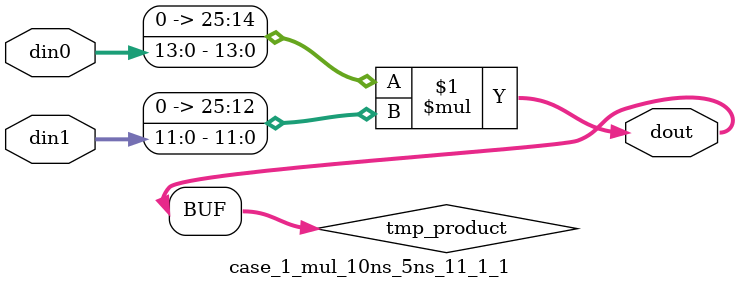
<source format=v>

`timescale 1 ns / 1 ps

 (* use_dsp = "no" *)  module case_1_mul_10ns_5ns_11_1_1(din0, din1, dout);
parameter ID = 1;
parameter NUM_STAGE = 0;
parameter din0_WIDTH = 14;
parameter din1_WIDTH = 12;
parameter dout_WIDTH = 26;

input [din0_WIDTH - 1 : 0] din0; 
input [din1_WIDTH - 1 : 0] din1; 
output [dout_WIDTH - 1 : 0] dout;

wire signed [dout_WIDTH - 1 : 0] tmp_product;
























assign tmp_product = $signed({1'b0, din0}) * $signed({1'b0, din1});











assign dout = tmp_product;





















endmodule

</source>
